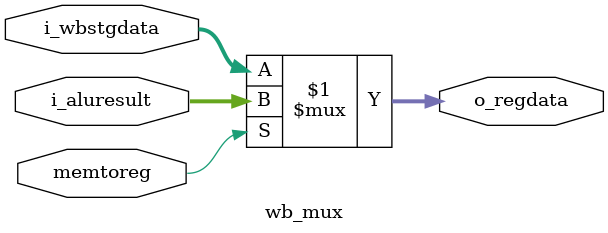
<source format=v>
module wb_mux   #(
    parameter       NBITS       =   32
    )
    (
    //Entradas
    input   wire    [NBITS-1:0]     i_aluresult ,
    input   wire    [NBITS-1:0]     i_wbstgdata ,
    input   wire                    memtoreg    ,
    //Outputs
    output  wire    [NBITS-1:0]     o_regdata
    );
    
    assign  o_regdata   =   (memtoreg) ? i_aluresult : i_wbstgdata  ;
    
endmodule

</source>
